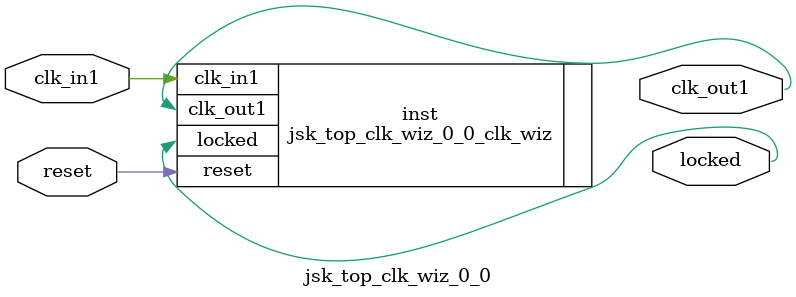
<source format=v>


`timescale 1ps/1ps

(* CORE_GENERATION_INFO = "jsk_top_clk_wiz_0_0,clk_wiz_v6_0_6_0_0,{component_name=jsk_top_clk_wiz_0_0,use_phase_alignment=true,use_min_o_jitter=false,use_max_i_jitter=false,use_dyn_phase_shift=false,use_inclk_switchover=false,use_dyn_reconfig=false,enable_axi=0,feedback_source=FDBK_AUTO,PRIMITIVE=MMCM,num_out_clk=1,clkin1_period=10.000,clkin2_period=10.000,use_power_down=false,use_reset=true,use_locked=true,use_inclk_stopped=false,feedback_type=SINGLE,CLOCK_MGR_TYPE=NA,manual_override=false}" *)

module jsk_top_clk_wiz_0_0 
 (
  // Clock out ports
  output        clk_out1,
  // Status and control signals
  input         reset,
  output        locked,
 // Clock in ports
  input         clk_in1
 );

  jsk_top_clk_wiz_0_0_clk_wiz inst
  (
  // Clock out ports  
  .clk_out1(clk_out1),
  // Status and control signals               
  .reset(reset), 
  .locked(locked),
 // Clock in ports
  .clk_in1(clk_in1)
  );

endmodule

</source>
